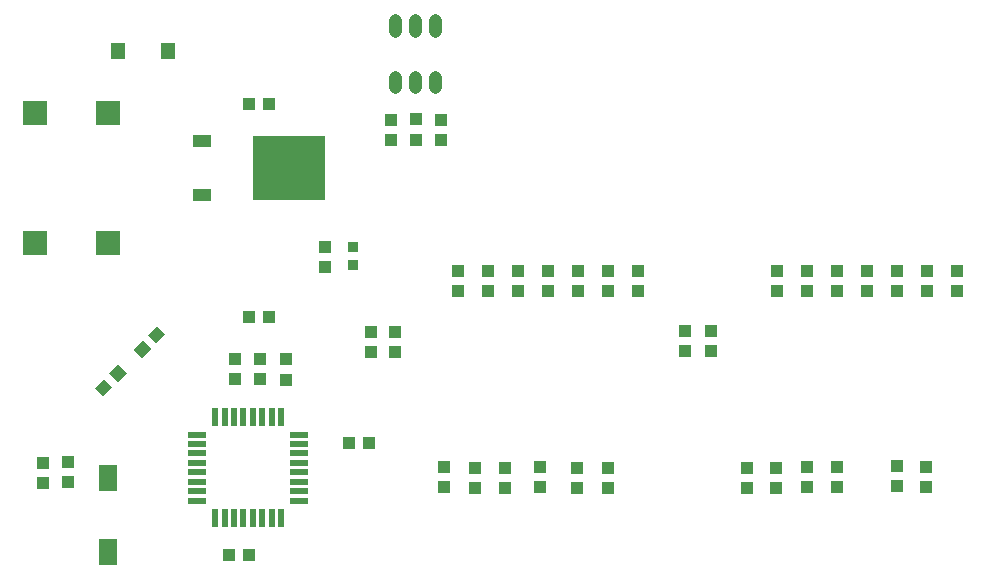
<source format=gbr>
G04 EAGLE Gerber RS-274X export*
G75*
%MOMM*%
%FSLAX34Y34*%
%LPD*%
%INSolderpaste Top*%
%IPPOS*%
%AMOC8*
5,1,8,0,0,1.08239X$1,22.5*%
G01*
%ADD10R,1.100000X1.000000*%
%ADD11R,1.000000X1.100000*%
%ADD12R,1.270000X1.470000*%
%ADD13R,0.930000X0.910000*%
%ADD14C,1.100000*%
%ADD15R,1.600000X1.000000*%
%ADD16R,6.200000X5.400000*%
%ADD17R,2.000000X2.000000*%
%ADD18R,1.600000X2.300000*%
%ADD19R,0.550000X1.500000*%
%ADD20R,1.500000X0.550000*%


D10*
X246690Y415000D03*
X229510Y415000D03*
G36*
X144004Y219375D02*
X151781Y227152D01*
X158852Y220081D01*
X151075Y212304D01*
X144004Y219375D01*
G37*
G36*
X131856Y207227D02*
X139633Y215004D01*
X146704Y207933D01*
X138927Y200156D01*
X131856Y207227D01*
G37*
G36*
X113996Y175525D02*
X106219Y167748D01*
X99148Y174819D01*
X106925Y182596D01*
X113996Y175525D01*
G37*
G36*
X126144Y187673D02*
X118367Y179896D01*
X111296Y186967D01*
X119073Y194744D01*
X126144Y187673D01*
G37*
D11*
X55000Y111590D03*
X55000Y94410D03*
X333000Y205310D03*
X333000Y222490D03*
X353000Y205210D03*
X353000Y222390D03*
X599000Y206110D03*
X599000Y223290D03*
X621000Y206010D03*
X621000Y223190D03*
D10*
X246790Y235000D03*
X229610Y235000D03*
X314110Y128000D03*
X331290Y128000D03*
X229990Y33000D03*
X212810Y33000D03*
D11*
X261000Y199090D03*
X261000Y181910D03*
X239000Y199190D03*
X239000Y182010D03*
X218000Y199290D03*
X218000Y182110D03*
D12*
X118400Y459700D03*
X161400Y459700D03*
D13*
X317800Y294400D03*
X317800Y279200D03*
D14*
X353500Y429400D02*
X353500Y438400D01*
X370500Y438400D02*
X370500Y429400D01*
X387500Y429400D02*
X387500Y438400D01*
X387500Y477400D02*
X387500Y486400D01*
X370500Y486400D02*
X370500Y477400D01*
X353500Y477400D02*
X353500Y486400D01*
D15*
X190200Y384100D03*
X190200Y338500D03*
D16*
X263200Y361300D03*
D17*
X110200Y407600D03*
X48700Y407600D03*
X48700Y297600D03*
X110200Y297600D03*
D11*
X293700Y294400D03*
X293700Y277400D03*
X727300Y274100D03*
X727300Y257100D03*
X752700Y274100D03*
X752700Y257100D03*
X778100Y274100D03*
X778100Y257100D03*
X803500Y274100D03*
X803500Y257100D03*
X828800Y274100D03*
X828800Y257100D03*
X676500Y274100D03*
X676500Y257100D03*
X701900Y274100D03*
X701900Y257100D03*
X507700Y107000D03*
X507700Y90000D03*
X420700Y106800D03*
X420700Y89800D03*
X394700Y107600D03*
X394700Y90600D03*
X76300Y94800D03*
X76300Y111800D03*
X533700Y107400D03*
X533700Y90400D03*
X446200Y106900D03*
X446200Y89900D03*
X476200Y107700D03*
X476200Y90700D03*
X778200Y108500D03*
X778200Y91500D03*
X676200Y107300D03*
X676200Y90300D03*
X651200Y107100D03*
X651200Y90100D03*
X803200Y107900D03*
X803200Y90900D03*
X702200Y107700D03*
X702200Y90700D03*
X727200Y107500D03*
X727200Y90500D03*
X391800Y384700D03*
X391800Y401700D03*
X457300Y274100D03*
X457300Y257100D03*
X349800Y384900D03*
X349800Y401900D03*
X370800Y385100D03*
X370800Y402100D03*
X482600Y274100D03*
X482600Y257100D03*
X508200Y274100D03*
X508200Y257100D03*
X533500Y274100D03*
X533500Y257100D03*
X558900Y274100D03*
X558900Y257100D03*
X406500Y274100D03*
X406500Y257100D03*
X431900Y274100D03*
X431900Y257100D03*
D18*
X110400Y36200D03*
X110400Y98200D03*
D19*
X256900Y150300D03*
X248900Y150300D03*
X240900Y150300D03*
X232900Y150300D03*
X224900Y150300D03*
X216900Y150300D03*
X208900Y150300D03*
X200900Y150300D03*
D20*
X185900Y135300D03*
X185900Y127300D03*
X185900Y119300D03*
X185900Y111300D03*
X185900Y103300D03*
X185900Y95300D03*
X185900Y87300D03*
X185900Y79300D03*
D19*
X200900Y64300D03*
X208900Y64300D03*
X216900Y64300D03*
X224900Y64300D03*
X232900Y64300D03*
X240900Y64300D03*
X248900Y64300D03*
X256900Y64300D03*
D20*
X271900Y79300D03*
X271900Y87300D03*
X271900Y95300D03*
X271900Y103300D03*
X271900Y111300D03*
X271900Y119300D03*
X271900Y127300D03*
X271900Y135300D03*
M02*

</source>
